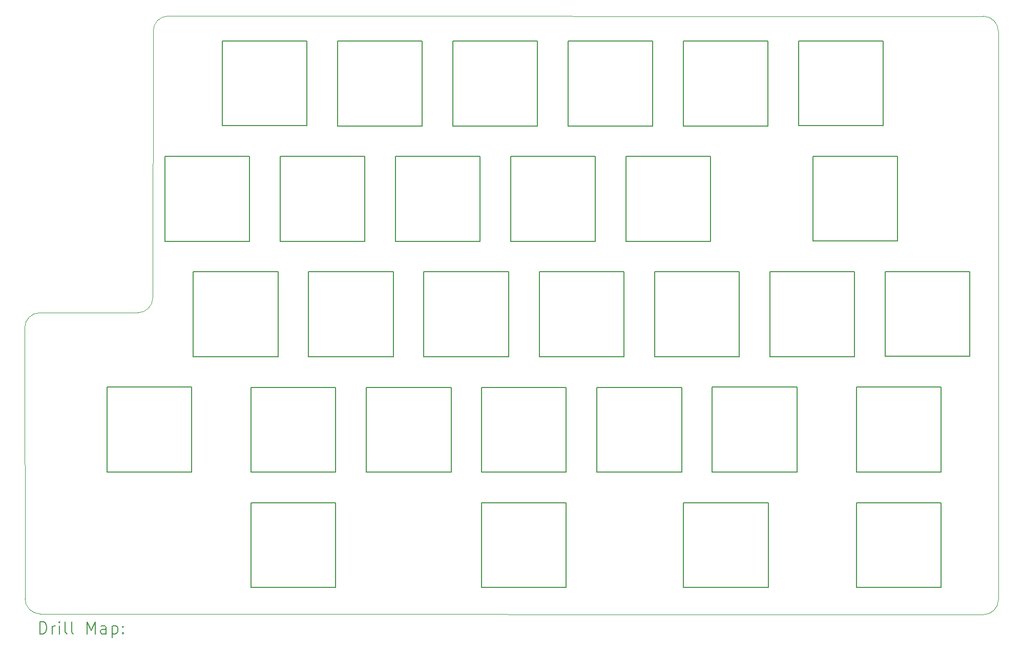
<source format=gbr>
%TF.GenerationSoftware,KiCad,Pcbnew,(6.0.7)*%
%TF.CreationDate,2022-09-08T23:08:26+00:00*%
%TF.ProjectId,top-right,746f702d-7269-4676-9874-2e6b69636164,rev?*%
%TF.SameCoordinates,Original*%
%TF.FileFunction,Drillmap*%
%TF.FilePolarity,Positive*%
%FSLAX45Y45*%
G04 Gerber Fmt 4.5, Leading zero omitted, Abs format (unit mm)*
G04 Created by KiCad (PCBNEW (6.0.7)) date 2022-09-08 23:08:26*
%MOMM*%
%LPD*%
G01*
G04 APERTURE LIST*
%ADD10C,0.150000*%
%ADD11C,0.100000*%
%ADD12C,0.200000*%
G04 APERTURE END LIST*
D10*
X17408000Y-5881000D02*
X17408000Y-7281000D01*
X11718000Y-9692000D02*
X13118000Y-9692000D01*
X11718000Y-11092000D02*
X13118000Y-11092000D01*
X14548000Y-3974000D02*
X14548000Y-5374000D01*
X19341000Y-11091000D02*
X19341000Y-9691000D01*
X16008000Y-5881000D02*
X17408000Y-5881000D01*
X13599000Y-5879000D02*
X13599000Y-7279000D01*
X22199000Y-9183000D02*
X23599000Y-9183000D01*
X11718000Y-11092000D02*
X11718000Y-9692000D01*
X9337000Y-11090000D02*
X9337000Y-9690000D01*
X15053000Y-3974000D02*
X16453000Y-3974000D01*
X21692000Y-7784000D02*
X21692000Y-9184000D01*
X13119000Y-11599000D02*
X13119000Y-12999000D01*
X22407000Y-5877000D02*
X22407000Y-7277000D01*
X22199000Y-7783000D02*
X23599000Y-7783000D01*
X15504000Y-5880000D02*
X15504000Y-7280000D01*
X16008000Y-7281000D02*
X16008000Y-5881000D01*
X14104000Y-7280000D02*
X14104000Y-5880000D01*
X12199000Y-5879000D02*
X13599000Y-5879000D01*
D11*
X9843121Y-8462577D02*
G75*
G03*
X10095129Y-8211576I1009J250997D01*
G01*
D10*
X17914000Y-7281000D02*
X17914000Y-5881000D01*
D11*
X23820392Y-13448998D02*
G75*
G03*
X24072400Y-13198000I1008J250998D01*
G01*
D10*
X20292000Y-9184000D02*
X21692000Y-9184000D01*
X10737000Y-9690000D02*
X10737000Y-11090000D01*
X12670000Y-7786000D02*
X14070000Y-7786000D01*
X18866000Y-12998000D02*
X20266000Y-12998000D01*
X15529000Y-9692000D02*
X16929000Y-9692000D01*
X12199000Y-7279000D02*
X12199000Y-5879000D01*
X16958000Y-5374000D02*
X16958000Y-3974000D01*
X12670000Y-9186000D02*
X14070000Y-9186000D01*
X13625000Y-11093000D02*
X13625000Y-9693000D01*
X21722000Y-9690000D02*
X23122000Y-9690000D01*
X14104000Y-7280000D02*
X15504000Y-7280000D01*
X20266000Y-11598000D02*
X20266000Y-12998000D01*
X16481000Y-9186000D02*
X17881000Y-9186000D01*
X13625000Y-11093000D02*
X15025000Y-11093000D01*
X19314000Y-5881000D02*
X19314000Y-7281000D01*
X18386000Y-9186000D02*
X18386000Y-7786000D01*
X12199000Y-7279000D02*
X13599000Y-7279000D01*
X12644000Y-3973000D02*
X12644000Y-5373000D01*
X21007000Y-5877000D02*
X22407000Y-5877000D01*
X20264000Y-3974000D02*
X20264000Y-5374000D01*
X13118000Y-9692000D02*
X13118000Y-11092000D01*
D11*
X10101000Y-3809000D02*
X10095129Y-8211576D01*
D10*
X18386000Y-9186000D02*
X19786000Y-9186000D01*
X21007000Y-7277000D02*
X22407000Y-7277000D01*
X16958000Y-3974000D02*
X18358000Y-3974000D01*
D11*
X8227000Y-8462000D02*
G75*
G03*
X7977000Y-8712000I0J-250000D01*
G01*
D10*
X19341000Y-11091000D02*
X20741000Y-11091000D01*
X15529000Y-11092000D02*
X16929000Y-11092000D01*
X18866000Y-12998000D02*
X18866000Y-11598000D01*
X13148000Y-5374000D02*
X14548000Y-5374000D01*
X18835000Y-9692000D02*
X18835000Y-11092000D01*
X22168000Y-3973000D02*
X22168000Y-5373000D01*
X19341000Y-9691000D02*
X20741000Y-9691000D01*
D11*
X10351000Y-3559000D02*
G75*
G03*
X10101000Y-3809000I0J-250000D01*
G01*
D10*
X10294000Y-7279000D02*
X10294000Y-5879000D01*
X20768000Y-3973000D02*
X22168000Y-3973000D01*
X12670000Y-9186000D02*
X12670000Y-7786000D01*
X16453000Y-3974000D02*
X16453000Y-5374000D01*
X15529000Y-12999000D02*
X15529000Y-11599000D01*
X13148000Y-5374000D02*
X13148000Y-3974000D01*
X14070000Y-7786000D02*
X14070000Y-9186000D01*
X20768000Y-5373000D02*
X22168000Y-5373000D01*
X11719000Y-12999000D02*
X11719000Y-11599000D01*
X17435000Y-9692000D02*
X18835000Y-9692000D01*
X22199000Y-9183000D02*
X22199000Y-7783000D01*
X20292000Y-7784000D02*
X21692000Y-7784000D01*
X23123000Y-11598000D02*
X23123000Y-12998000D01*
X14575000Y-9186000D02*
X14575000Y-7786000D01*
X17914000Y-5881000D02*
X19314000Y-5881000D01*
X20741000Y-9691000D02*
X20741000Y-11091000D01*
X15053000Y-5374000D02*
X16453000Y-5374000D01*
X9337000Y-11090000D02*
X10737000Y-11090000D01*
X15529000Y-11092000D02*
X15529000Y-9692000D01*
X18386000Y-7786000D02*
X19786000Y-7786000D01*
X19786000Y-7786000D02*
X19786000Y-9186000D01*
X10294000Y-5879000D02*
X11694000Y-5879000D01*
X11244000Y-5373000D02*
X12644000Y-5373000D01*
X15025000Y-9693000D02*
X15025000Y-11093000D01*
X21723000Y-12998000D02*
X21723000Y-11598000D01*
X13625000Y-9693000D02*
X15025000Y-9693000D01*
X14575000Y-9186000D02*
X15975000Y-9186000D01*
X9337000Y-9690000D02*
X10737000Y-9690000D01*
X18864000Y-5374000D02*
X18864000Y-3974000D01*
X16929000Y-9692000D02*
X16929000Y-11092000D01*
D11*
X7977400Y-8711000D02*
X7983400Y-13185000D01*
D10*
X15529000Y-12999000D02*
X16929000Y-12999000D01*
X21007000Y-5877000D02*
X21007000Y-7277000D01*
X17435000Y-11092000D02*
X18835000Y-11092000D01*
X16008000Y-7281000D02*
X17408000Y-7281000D01*
X21722000Y-11090000D02*
X23122000Y-11090000D01*
D11*
X24069402Y-3812000D02*
X24072400Y-13198000D01*
D10*
X18866000Y-11598000D02*
X20266000Y-11598000D01*
X10764000Y-9185000D02*
X10764000Y-7785000D01*
X15053000Y-5374000D02*
X15053000Y-3974000D01*
X11694000Y-5879000D02*
X11694000Y-7279000D01*
D11*
X8227000Y-8462000D02*
X9859121Y-8462574D01*
D10*
X21722000Y-11090000D02*
X21722000Y-9690000D01*
X18864000Y-3974000D02*
X20264000Y-3974000D01*
X23122000Y-9690000D02*
X23122000Y-11090000D01*
X11244000Y-5373000D02*
X11244000Y-3973000D01*
X18864000Y-5374000D02*
X20264000Y-5374000D01*
D11*
X24069402Y-3812000D02*
G75*
G03*
X23820400Y-3562000I-250002J0D01*
G01*
D10*
X10294000Y-7279000D02*
X11694000Y-7279000D01*
X11244000Y-3973000D02*
X12644000Y-3973000D01*
X11719000Y-12999000D02*
X13119000Y-12999000D01*
X16481000Y-7786000D02*
X17881000Y-7786000D01*
X15975000Y-7786000D02*
X15975000Y-9186000D01*
X15529000Y-11599000D02*
X16929000Y-11599000D01*
X20292000Y-9184000D02*
X20292000Y-7784000D01*
X16958000Y-5374000D02*
X18358000Y-5374000D01*
X17914000Y-7281000D02*
X19314000Y-7281000D01*
X17881000Y-7786000D02*
X17881000Y-9186000D01*
X16481000Y-9186000D02*
X16481000Y-7786000D01*
X23599000Y-7783000D02*
X23599000Y-9183000D01*
X11719000Y-11599000D02*
X13119000Y-11599000D01*
D11*
X10351000Y-3559000D02*
X23820400Y-3562000D01*
D10*
X10764000Y-9185000D02*
X12164000Y-9185000D01*
X18358000Y-3974000D02*
X18358000Y-5374000D01*
X16929000Y-11599000D02*
X16929000Y-12999000D01*
X13148000Y-3974000D02*
X14548000Y-3974000D01*
X14575000Y-7786000D02*
X15975000Y-7786000D01*
X14104000Y-5880000D02*
X15504000Y-5880000D01*
X12164000Y-7785000D02*
X12164000Y-9185000D01*
X10764000Y-7785000D02*
X12164000Y-7785000D01*
X20768000Y-5373000D02*
X20768000Y-3973000D01*
X21723000Y-12998000D02*
X23123000Y-12998000D01*
X17435000Y-11092000D02*
X17435000Y-9692000D01*
D11*
X23820392Y-13448998D02*
X8233400Y-13435000D01*
X7983400Y-13185000D02*
G75*
G03*
X8233400Y-13435000I250000J0D01*
G01*
D10*
X21723000Y-11598000D02*
X23123000Y-11598000D01*
D12*
X8229619Y-13764476D02*
X8229619Y-13564476D01*
X8277238Y-13564476D01*
X8305809Y-13574000D01*
X8324857Y-13593048D01*
X8334381Y-13612095D01*
X8343905Y-13650190D01*
X8343905Y-13678762D01*
X8334381Y-13716857D01*
X8324857Y-13735905D01*
X8305809Y-13754952D01*
X8277238Y-13764476D01*
X8229619Y-13764476D01*
X8429619Y-13764476D02*
X8429619Y-13631143D01*
X8429619Y-13669238D02*
X8439143Y-13650190D01*
X8448667Y-13640667D01*
X8467714Y-13631143D01*
X8486762Y-13631143D01*
X8553429Y-13764476D02*
X8553429Y-13631143D01*
X8553429Y-13564476D02*
X8543905Y-13574000D01*
X8553429Y-13583524D01*
X8562952Y-13574000D01*
X8553429Y-13564476D01*
X8553429Y-13583524D01*
X8677238Y-13764476D02*
X8658190Y-13754952D01*
X8648667Y-13735905D01*
X8648667Y-13564476D01*
X8782000Y-13764476D02*
X8762952Y-13754952D01*
X8753429Y-13735905D01*
X8753429Y-13564476D01*
X9010571Y-13764476D02*
X9010571Y-13564476D01*
X9077238Y-13707333D01*
X9143905Y-13564476D01*
X9143905Y-13764476D01*
X9324857Y-13764476D02*
X9324857Y-13659714D01*
X9315333Y-13640667D01*
X9296286Y-13631143D01*
X9258190Y-13631143D01*
X9239143Y-13640667D01*
X9324857Y-13754952D02*
X9305810Y-13764476D01*
X9258190Y-13764476D01*
X9239143Y-13754952D01*
X9229619Y-13735905D01*
X9229619Y-13716857D01*
X9239143Y-13697809D01*
X9258190Y-13688286D01*
X9305810Y-13688286D01*
X9324857Y-13678762D01*
X9420095Y-13631143D02*
X9420095Y-13831143D01*
X9420095Y-13640667D02*
X9439143Y-13631143D01*
X9477238Y-13631143D01*
X9496286Y-13640667D01*
X9505810Y-13650190D01*
X9515333Y-13669238D01*
X9515333Y-13726381D01*
X9505810Y-13745428D01*
X9496286Y-13754952D01*
X9477238Y-13764476D01*
X9439143Y-13764476D01*
X9420095Y-13754952D01*
X9601048Y-13745428D02*
X9610571Y-13754952D01*
X9601048Y-13764476D01*
X9591524Y-13754952D01*
X9601048Y-13745428D01*
X9601048Y-13764476D01*
X9601048Y-13640667D02*
X9610571Y-13650190D01*
X9601048Y-13659714D01*
X9591524Y-13650190D01*
X9601048Y-13640667D01*
X9601048Y-13659714D01*
M02*

</source>
